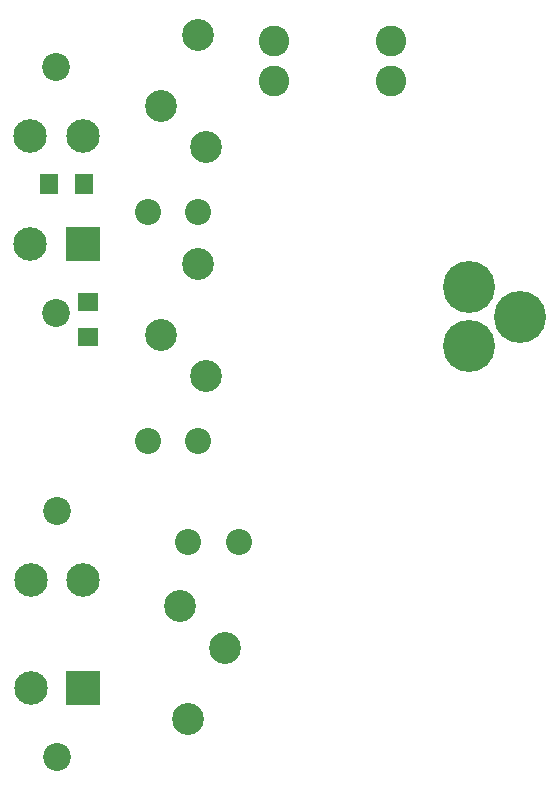
<source format=gbs>
%FSLAX23Y23*%
%MOIN*%
%SFA1B1*%

%IPPOS*%
%ADD14C,0.111940*%
%ADD15R,0.111940X0.111940*%
%ADD16C,0.093040*%
%ADD17C,0.106420*%
%ADD18C,0.086740*%
%ADD19C,0.173350*%
%ADD20C,0.102490*%
%ADD30R,0.061150X0.065090*%
%ADD31R,0.065090X0.061150*%
%LNshift_relays-1*%
%LPD*%
G54D14*
X1720Y1393D03*
X1545D03*
Y1034D03*
X1543Y2514D03*
Y2873D03*
X1718D03*
G54D15*
X1720Y1034D03*
X1718Y2514D03*
G54D16*
X1632Y1624D03*
Y803D03*
X1630Y2283D03*
Y3103D03*
G54D17*
X2068Y932D03*
X2043Y1306D03*
X2192Y1168D03*
X1980Y2211D03*
X2129Y2073D03*
X2104Y2447D03*
X1980Y2975D03*
X2129Y2837D03*
X2104Y3211D03*
G54D18*
X2238Y1522D03*
X2068D03*
X2104Y1857D03*
X1935D03*
X2104Y2621D03*
X1935D03*
G54D19*
X3005Y2371D03*
X3176Y2272D03*
X3005Y2174D03*
G54D20*
X2355Y3190D03*
X2746D03*
X2355Y3056D03*
X2746D03*
G54D30*
X1605Y2714D03*
X1721D03*
G54D31*
X1737Y2319D03*
Y2203D03*
M02*
</source>
